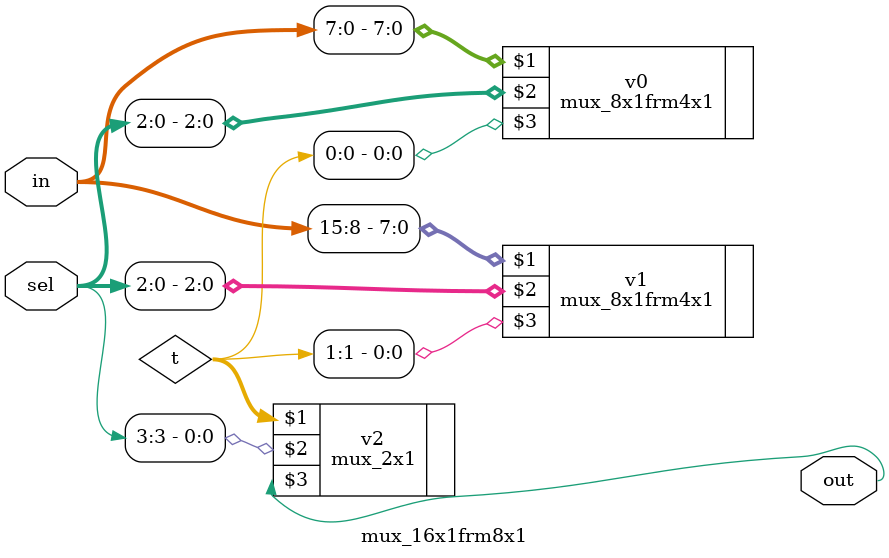
<source format=v>
`timescale 1ns / 1ps
module mux_16x1frm8x1(in,sel,out);
input[15:0]in;
input[3:0]sel;
output out;
wire [1:0]t;

mux_8x1frm4x1 v0(in[7:0],sel[2:0],t[0]);
mux_8x1frm4x1 v1(in[15:8],sel[2:0],t[1]);
mux_2x1 v2(t[1:0],sel[3],out);


endmodule

</source>
